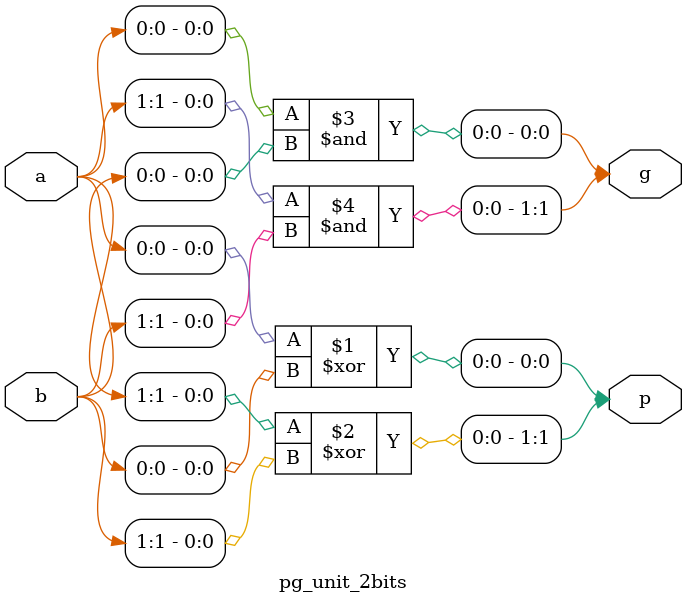
<source format=v>
module pg_unit_2bits (a, b, p, g);

input [1:0] a, b;
output [1:0] p, g;

xor x1 (p[0], a[0], b[0]);
xor x2 (p[1], a[1], b[1]);
and aa1 (g[0], a[0], b[0]);
and aa2 (g[1], a[1], b[1]);

endmodule


</source>
